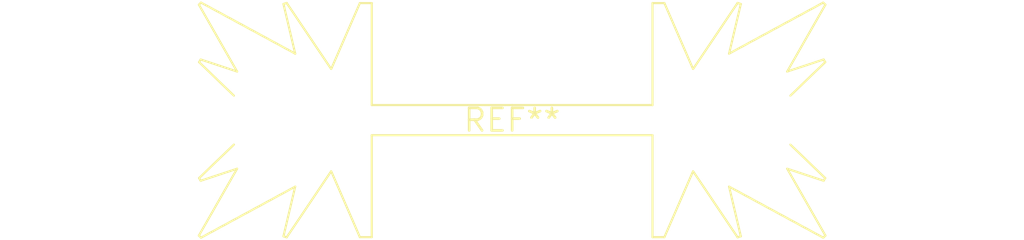
<source format=kicad_pcb>
(kicad_pcb (version 20240108) (generator pcbnew)
  (layers (0 "F.Cu" signal) (31 "B.Cu" signal) (34 "B.Paste" user) (35 "F.Paste" user) (36 "B.SilkS" user "B.Silkscreen") (37 "F.SilkS" user "F.Silkscreen") (38 "B.Mask" user) (39 "F.Mask" user) (44 "Edge.Cuts" user))
  (net 0 "")
  (footprint "Heatsink_Fischer_SK104-STC-STIC_35x13mm_2xDrill2.5mm" (layer "F.Cu") (at 0 0)
    (property "Reference" "REF**")
    (property "Value" "Heatsink_Fischer_SK104-STC-STIC_35x13mm_2xDrill2.5mm")
    (fp_line (start -17.63 -6.51) (end -15.48 -2.74) (layer "F.SilkS") (stroke (width 0.12)))
    (fp_line (start -17.63 6.51) (end -15.48 2.74) (layer "F.SilkS") (stroke (width 0.12)))
    (fp_line (start -17.62 -3.27) (end -15.66 -1.38) (layer "F.SilkS") (stroke (width 0.12)))
    (fp_line (start -17.62 3.27) (end -15.66 1.38) (layer "F.SilkS") (stroke (width 0.12)))
    (fp_line (start -17.53 -3.42) (end -17.62 -3.27) (layer "F.SilkS") (stroke (width 0.12)))
    (fp_line (start -17.53 3.42) (end -17.62 3.27) (layer "F.SilkS") (stroke (width 0.12)))
    (fp_line (start -17.51 -6.63) (end -17.63 -6.51) (layer "F.SilkS") (stroke (width 0.12)))
    (fp_line (start -17.51 6.63) (end -17.63 6.51) (layer "F.SilkS") (stroke (width 0.12)))
    (fp_line (start -15.48 -2.74) (end -17.53 -3.42) (layer "F.SilkS") (stroke (width 0.12)))
    (fp_line (start -15.48 2.74) (end -17.53 3.42) (layer "F.SilkS") (stroke (width 0.12)))
    (fp_line (start -12.87 -6.55) (end -12.21 -3.75) (layer "F.SilkS") (stroke (width 0.12)))
    (fp_line (start -12.87 6.55) (end -12.21 3.75) (layer "F.SilkS") (stroke (width 0.12)))
    (fp_line (start -12.69 -6.61) (end -12.87 -6.55) (layer "F.SilkS") (stroke (width 0.12)))
    (fp_line (start -12.69 6.61) (end -12.87 6.55) (layer "F.SilkS") (stroke (width 0.12)))
    (fp_line (start -12.21 -3.75) (end -17.51 -6.63) (layer "F.SilkS") (stroke (width 0.12)))
    (fp_line (start -12.21 3.75) (end -17.51 6.63) (layer "F.SilkS") (stroke (width 0.12)))
    (fp_line (start -10.19 -2.89) (end -12.69 -6.61) (layer "F.SilkS") (stroke (width 0.12)))
    (fp_line (start -10.19 2.89) (end -12.69 6.61) (layer "F.SilkS") (stroke (width 0.12)))
    (fp_line (start -8.57 -6.6) (end -10.18 -2.89) (layer "F.SilkS") (stroke (width 0.12)))
    (fp_line (start -8.57 6.6) (end -10.18 2.89) (layer "F.SilkS") (stroke (width 0.12)))
    (fp_line (start -7.9 -6.6) (end -8.57 -6.6) (layer "F.SilkS") (stroke (width 0.12)))
    (fp_line (start -7.9 -0.85) (end -7.9 -6.6) (layer "F.SilkS") (stroke (width 0.12)))
    (fp_line (start -7.9 0.85) (end -7.9 6.6) (layer "F.SilkS") (stroke (width 0.12)))
    (fp_line (start -7.9 6.6) (end -8.57 6.6) (layer "F.SilkS") (stroke (width 0.12)))
    (fp_line (start 0 -0.85) (end -7.9 -0.85) (layer "F.SilkS") (stroke (width 0.12)))
    (fp_line (start 0 -0.85) (end 7.9 -0.85) (layer "F.SilkS") (stroke (width 0.12)))
    (fp_line (start 0 0.85) (end -7.9 0.85) (layer "F.SilkS") (stroke (width 0.12)))
    (fp_line (start 0 0.85) (end 7.9 0.85) (layer "F.SilkS") (stroke (width 0.12)))
    (fp_line (start 7.9 -6.6) (end 8.57 -6.6) (layer "F.SilkS") (stroke (width 0.12)))
    (fp_line (start 7.9 -0.85) (end 7.9 -6.6) (layer "F.SilkS") (stroke (width 0.12)))
    (fp_line (start 7.9 0.85) (end 7.9 6.6) (layer "F.SilkS") (stroke (width 0.12)))
    (fp_line (start 7.9 6.6) (end 8.57 6.6) (layer "F.SilkS") (stroke (width 0.12)))
    (fp_line (start 8.57 -6.6) (end 10.18 -2.89) (layer "F.SilkS") (stroke (width 0.12)))
    (fp_line (start 8.57 6.6) (end 10.18 2.89) (layer "F.SilkS") (stroke (width 0.12)))
    (fp_line (start 10.19 -2.89) (end 12.69 -6.61) (layer "F.SilkS") (stroke (width 0.12)))
    (fp_line (start 10.19 2.89) (end 12.69 6.61) (layer "F.SilkS") (stroke (width 0.12)))
    (fp_line (start 12.21 -3.75) (end 17.51 -6.63) (layer "F.SilkS") (stroke (width 0.12)))
    (fp_line (start 12.21 3.75) (end 17.51 6.63) (layer "F.SilkS") (stroke (width 0.12)))
    (fp_line (start 12.69 -6.61) (end 12.87 -6.55) (layer "F.SilkS") (stroke (width 0.12)))
    (fp_line (start 12.69 6.61) (end 12.87 6.55) (layer "F.SilkS") (stroke (width 0.12)))
    (fp_line (start 12.87 -6.55) (end 12.21 -3.75) (layer "F.SilkS") (stroke (width 0.12)))
    (fp_line (start 12.87 6.55) (end 12.21 3.75) (layer "F.SilkS") (stroke (width 0.12)))
    (fp_line (start 15.48 -2.74) (end 17.53 -3.42) (layer "F.SilkS") (stroke (width 0.12)))
    (fp_line (start 15.48 2.74) (end 17.53 3.42) (layer "F.SilkS") (stroke (width 0.12)))
    (fp_line (start 17.51 -6.63) (end 17.63 -6.51) (layer "F.SilkS") (stroke (width 0.12)))
    (fp_line (start 17.51 6.63) (end 17.63 6.51) (layer "F.SilkS") (stroke (width 0.12)))
    (fp_line (start 17.53 -3.42) (end 17.62 -3.27) (layer "F.SilkS") (stroke (width 0.12)))
    (fp_line (start 17.53 3.42) (end 17.62 3.27) (layer "F.SilkS") (stroke (width 0.12)))
    (fp_line (start 17.62 -3.27) (end 15.66 -1.38) (layer "F.SilkS") (stroke (width 0.12)))
    (fp_line (start 17.62 3.27) (end 15.66 1.38) (layer "F.SilkS") (stroke (width 0.12)))
    (fp_line (start 17.63 -6.51) (end 15.48 -2.74) (layer "F.SilkS") (stroke (width 0.12)))
    (fp_line (start 17.63 6.51) (end 15.48 2.74) (layer "F.SilkS") (stroke (width 0.12)))
    (pad "1" thru_hole circle (at -12.7 0 180) (size 6 6) (drill 2.5) (layers *.Cu *.Mask) (remove_unused_layers))
    (pad "1" thru_hole circle (at 12.7 0) (size 6 6) (drill 2.5) (layers *.Cu *.Mask) (remove_unused_layers))
  )
)
</source>
